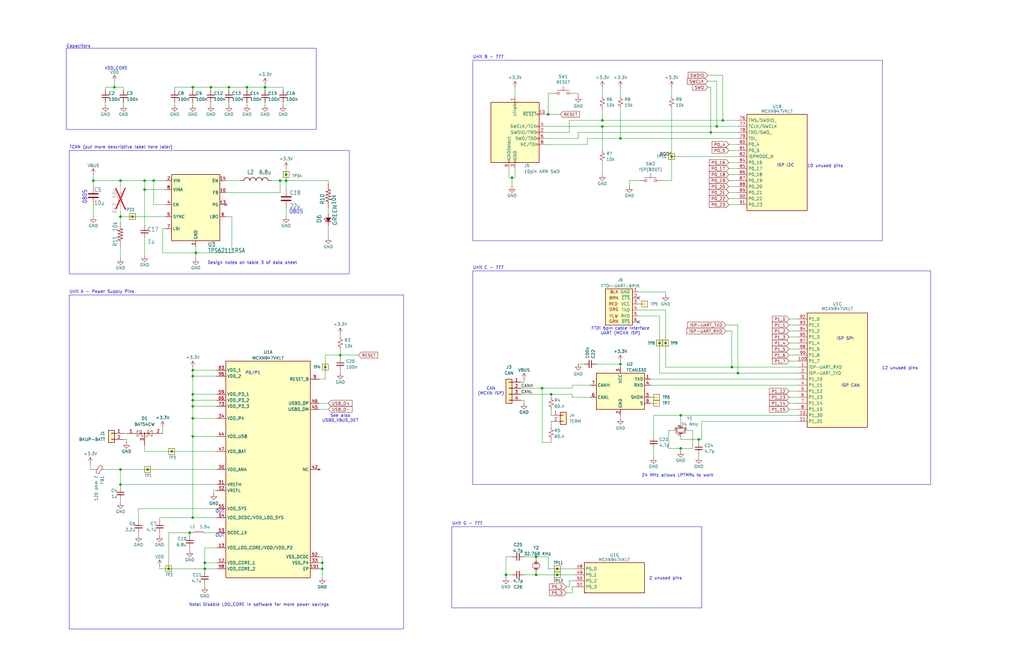
<source format=kicad_sch>
(kicad_sch (version 20250114) (generator "eeschema") (generator_version "9.0")
  (paper "B")
  (title_block (title "MCNX947KVLT Breakout") (date "2025-07-19") (rev "1.0") (company "Portland State Aerospace Society"))
  (rectangle (start 199.39 114.3) (end 392.43 204.47))
  (rectangle (start 190.5 222.25) (end 295.91 256.54))
  (rectangle (start 27.94 20.32) (end 133.35 54.61))
  (rectangle (start 29.21 124.46) (end 170.18 265.43))
  (rectangle (start 29.21 63.5) (end 147.32 115.57))
  (rectangle (start 199.39 25.4) (end 372.11 101.6))
  (text "24 MHz allows LPTMRs to work" (at 285.75 200.66 0) (effects (font (size 1.27 1.27))))
  (text "OUT" (at 92.71 226.06 0) (effects (font (size 1.27 1.27))))
  (text "10 unused pins" (at 347.98 70.104 0) (effects (font (size 1.27 1.27))))
  (text "Capacitors" (at 27.94 19.558 0) (effects (font (size 1.27 1.27)) (justify left)))
  (text "Unit G - ???" (at 190.5 220.98 0) (effects (font (size 1.27 1.27)) (justify left)))
  (text "12 unused pins" (at 379.476 155.448 0) (effects (font (size 1.27 1.27))))
  (text "FTDI 6pin cable interface\nUART (MCXN ISP)" (at 261.62 139.7 0) (effects (font (size 1.27 1.27))))
  (text "Note: Disable LDO_CORE in software for more power savings" (at 109.22 255.27 0) (effects (font (size 1.27 1.27))))
  (text "Unit B - ???" (at 199.39 24.13 0) (effects (font (size 1.27 1.27)) (justify left)))
  (text "CAN\n(MCXN ISP)" (at 207.01 165.1 0) (effects (font (size 1.27 1.27))))
  (text "0805" (at 36.83 86.106 90) (effects (font (size 1.778 1.5113)) (justify left bottom)))
  (text "ISP I2C" (at 331.216 69.85 0) (effects (font (size 1.27 1.27))))
  (text "ISP SPI" (at 356.362 143.002 0) (effects (font (size 1.27 1.27))))
  (text "Design notes on table 3 of data sheet" (at 106.426 110.998 0) (effects (font (size 1.27 1.27))))
  (text "P0/P1" (at 106.68 157.48 0) (effects (font (size 1.27 1.27))))
  (text "TCAN (put more descriptive label here later)" (at 29.21 62.23 0) (effects (font (size 1.27 1.27)) (justify left)))
  (text "See also\nUSB0_VBUS_DET" (at 143.51 176.53 0) (effects (font (size 1.27 1.27))))
  (text "Unit A - Power Supply Pins" (at 29.21 123.19 0) (effects (font (size 1.27 1.27)) (justify left)))
  (text "0805" (at 121.92 90.424 0) (effects (font (size 1.778 1.5113)) (justify left bottom)))
  (text "VDD_CORE\n" (at 49.022 28.956 0) (effects (font (size 1.27 1.27))))
  (text "ISP CAN" (at 358.648 162.814 0) (effects (font (size 1.27 1.27))))
  (text "Unit C - ???" (at 199.39 113.03 0) (effects (font (size 1.27 1.27)) (justify left)))
  (text "OUT" (at 92.71 215.9 0) (effects (font (size 1.27 1.27))))
  (text "2 unused pins" (at 280.67 244.094 0) (effects (font (size 1.27 1.27))))
  (junction (at 287.02 175.26))
  (junction (at 88.9 36.83))
  (junction (at 254 50.8))
  (junction (at 50.8 198.12))
  (junction (at 280.67 144.78))
  (junction (at 234.95 240.03))
  (junction (at 62.23 198.12))
  (junction (at 64.77 76.2))
  (junction (at 283.21 66.04))
  (junction (at 60.96 76.2))
  (junction (at 311.15 157.48))
  (junction (at 81.28 166.37))
  (junction (at 231.14 48.26))
  (junction (at 50.8 76.2))
  (junction (at 254 53.34))
  (junction (at 72.39 190.5))
  (junction (at 71.12 240.03))
  (junction (at 143.51 149.86))
  (junction (at 287.02 189.23))
  (junction (at 81.28 218.44))
  (junction (at 81.28 171.45))
  (junction (at 111.76 36.83))
  (junction (at 226.06 242.57))
  (junction (at 86.36 237.49))
  (junction (at 96.52 36.83))
  (junction (at 120.65 76.2))
  (junction (at 60.96 80.01))
  (junction (at 302.26 53.34))
  (junction (at 86.36 240.03))
  (junction (at 213.36 242.57))
  (junction (at 81.28 36.83))
  (junction (at 118.11 76.2))
  (junction (at 137.16 154.94))
  (junction (at 261.62 58.42))
  (junction (at 226.06 234.95))
  (junction (at 39.37 76.2))
  (junction (at 234.95 242.57))
  (junction (at 135.89 240.03))
  (junction (at 232.41 166.37))
  (junction (at 80.01 224.79))
  (junction (at 81.28 184.15))
  (junction (at 82.55 106.68))
  (junction (at 308.61 154.94))
  (junction (at 81.28 168.91))
  (junction (at 81.28 176.53))
  (junction (at 299.72 55.88))
  (junction (at 55.88 91.44))
  (junction (at 48.26 36.83))
  (junction (at 215.9 74.93))
  (junction (at 50.8 204.47))
  (junction (at 120.65 73.66))
  (junction (at 50.8 91.44))
  (junction (at 294.64 185.42))
  (junction (at 104.14 36.83))
  (junction (at 278.13 144.78))
  (junction (at 261.62 153.67))
  (junction (at 81.28 158.75))
  (junction (at 135.89 237.49))
  (junction (at 304.8 50.8))
  (junction (at 228.6 163.83))
  (junction (at 81.28 156.21))
  (no_connect (at 269.24 135.89))
  (no_connect (at 95.25 86.36))
  (no_connect (at 269.24 125.73))
  (wire (pts (xy 81.28 168.91) (xy 81.28 166.37)))
  (wire (pts (xy 220.98 168.91) (xy 220.98 170.18)))
  (wire (pts (xy 242.57 39.37) (xy 243.84 39.37)))
  (wire (pts (xy 96.52 36.83) (xy 104.14 36.83)))
  (wire (pts (xy 86.36 240.03) (xy 86.36 241.3)))
  (wire (pts (xy 294.64 191.77) (xy 294.64 193.04)))
  (wire (pts (xy 88.9 36.83) (xy 96.52 36.83)))
  (wire (pts (xy 71.12 240.03) (xy 86.36 240.03)))
  (wire (pts (xy 52.07 182.88) (xy 53.34 182.88)))
  (wire (pts (xy 143.51 149.86) (xy 151.13 149.86)))
  (wire (pts (xy 118.11 76.2) (xy 120.65 76.2)) (stroke (width 0.1524)))
  (wire (pts (xy 120.65 71.12) (xy 120.65 73.66)) (stroke (width 0.1524)))
  (wire (pts (xy 68.58 180.34) (xy 68.58 182.88)))
  (wire (pts (xy 243.84 55.88) (xy 243.84 58.42)))
  (wire (pts (xy 299.72 36.83) (xy 299.72 55.88)))
  (wire (pts (xy 287.02 184.15) (xy 287.02 185.42)))
  (wire (pts (xy 135.89 240.03) (xy 134.62 240.03)))
  (wire (pts (xy 67.31 218.44) (xy 81.28 218.44)))
  (wire (pts (xy 135.89 240.03) (xy 135.89 243.84)))
  (wire (pts (xy 88.9 43.18) (xy 88.9 44.45)))
  (wire (pts (xy 73.66 36.83) (xy 73.66 38.1)))
  (wire (pts (xy 269.24 123.19) (xy 280.67 123.19)))
  (wire (pts (xy 91.44 207.01) (xy 90.17 207.01)))
  (wire (pts (xy 275.59 189.23) (xy 275.59 193.04)))
  (wire (pts (xy 336.55 134.62) (xy 332.74 134.62)))
  (wire (pts (xy 269.24 133.35) (xy 278.13 133.35)))
  (wire (pts (xy 213.36 234.95) (xy 215.9 234.95)))
  (wire (pts (xy 219.71 163.83) (xy 228.6 163.83)))
  (wire (pts (xy 226.06 234.95) (xy 231.14 234.95)))
  (wire (pts (xy 240.03 247.65) (xy 240.03 245.11)))
  (wire (pts (xy 60.96 76.2) (xy 64.77 76.2)) (stroke (width 0.1524)))
  (wire (pts (xy 120.65 76.2) (xy 138.43 76.2)) (stroke (width 0.1524)))
  (wire (pts (xy 254 50.8) (xy 240.03 50.8)))
  (wire (pts (xy 254 53.34) (xy 254 63.5)))
  (wire (pts (xy 67.31 240.03) (xy 71.12 240.03)))
  (wire (pts (xy 86.36 224.79) (xy 91.44 224.79)))
  (wire (pts (xy 336.55 144.78) (xy 332.74 144.78)))
  (wire (pts (xy 39.37 88.9) (xy 39.37 91.44)))
  (wire (pts (xy 119.38 43.18) (xy 119.38 44.45)))
  (wire (pts (xy 118.11 81.28) (xy 118.11 76.2)) (stroke (width 0.1524)))
  (wire (pts (xy 44.45 36.83) (xy 48.26 36.83)))
  (wire (pts (xy 278.13 157.48) (xy 311.15 157.48)))
  (wire (pts (xy 287.02 175.26) (xy 336.55 175.26)))
  (wire (pts (xy 304.8 50.8) (xy 311.15 50.8)))
  (wire (pts (xy 143.51 151.13) (xy 143.51 149.86)))
  (wire (pts (xy 111.76 36.83) (xy 111.76 38.1)))
  (wire (pts (xy 261.62 36.83) (xy 261.62 40.64)))
  (wire (pts (xy 50.8 91.44) (xy 55.88 91.44)) (stroke (width 0.1524)))
  (wire (pts (xy 336.55 149.86) (xy 332.74 149.86)))
  (wire (pts (xy 96.52 36.83) (xy 96.52 38.1)))
  (wire (pts (xy 231.14 240.03) (xy 234.95 240.03)))
  (wire (pts (xy 336.55 165.1) (xy 332.74 165.1)))
  (wire (pts (xy 229.87 48.26) (xy 231.14 48.26)))
  (wire (pts (xy 295.91 177.8) (xy 336.55 177.8)))
  (wire (pts (xy 298.45 36.83) (xy 299.72 36.83)))
  (wire (pts (xy 246.38 153.67) (xy 243.84 153.67)))
  (wire (pts (xy 254 50.8) (xy 304.8 50.8)))
  (wire (pts (xy 64.77 76.2) (xy 64.77 86.36)))
  (wire (pts (xy 97.79 106.68) (xy 82.55 106.68)) (stroke (width 0.1524)))
  (wire (pts (xy 50.8 76.2) (xy 60.96 76.2)) (stroke (width 0.1524)))
  (wire (pts (xy 134.62 234.95) (xy 135.89 234.95)))
  (wire (pts (xy 81.28 158.75) (xy 81.28 156.21)))
  (wire (pts (xy 311.15 83.82) (xy 307.34 83.82)))
  (wire (pts (xy 287.02 185.42) (xy 294.64 185.42)))
  (wire (pts (xy 52.07 36.83) (xy 52.07 38.1)))
  (wire (pts (xy 80.01 224.79) (xy 71.12 224.79)))
  (wire (pts (xy 217.17 74.93) (xy 215.9 74.93)))
  (wire (pts (xy 280.67 144.78) (xy 280.67 154.94)))
  (wire (pts (xy 81.28 171.45) (xy 81.28 176.53)))
  (wire (pts (xy 294.64 185.42) (xy 295.91 185.42)))
  (wire (pts (xy 111.76 36.83) (xy 119.38 36.83)))
  (wire (pts (xy 306.07 139.7) (xy 308.61 139.7)))
  (wire (pts (xy 100.33 76.2) (xy 101.6 76.2)))
  (wire (pts (xy 38.1 198.12) (xy 39.37 198.12)))
  (wire (pts (xy 269.24 128.27) (xy 271.78 128.27)))
  (wire (pts (xy 243.84 39.37) (xy 243.84 40.64)))
  (wire (pts (xy 213.36 242.57) (xy 215.9 242.57)))
  (wire (pts (xy 134.62 172.72) (xy 138.43 172.72)))
  (wire (pts (xy 254 36.83) (xy 254 40.64)))
  (wire (pts (xy 39.37 76.2) (xy 50.8 76.2)) (stroke (width 0.1524)))
  (wire (pts (xy 232.41 185.42) (xy 232.41 186.69)))
  (wire (pts (xy 336.55 152.4) (xy 332.74 152.4)))
  (wire (pts (xy 241.3 250.19) (xy 241.3 247.65)))
  (wire (pts (xy 50.8 204.47) (xy 50.8 205.74)))
  (wire (pts (xy 247.65 58.42) (xy 247.65 60.96)))
  (wire (pts (xy 86.36 231.14) (xy 86.36 237.49)))
  (wire (pts (xy 81.28 218.44) (xy 91.44 218.44)))
  (wire (pts (xy 219.71 166.37) (xy 232.41 166.37)))
  (wire (pts (xy 69.85 86.36) (xy 64.77 86.36)))
  (wire (pts (xy 95.25 91.44) (xy 97.79 91.44)) (stroke (width 0.1524)))
  (wire (pts (xy 232.41 186.69) (xy 228.6 186.69)))
  (wire (pts (xy 71.12 224.79) (xy 71.12 240.03)))
  (wire (pts (xy 311.15 73.66) (xy 307.34 73.66)))
  (wire (pts (xy 58.42 214.63) (xy 58.42 219.71)))
  (wire (pts (xy 73.66 43.18) (xy 73.66 44.45)))
  (wire (pts (xy 281.94 189.23) (xy 287.02 189.23)))
  (wire (pts (xy 80.01 231.14) (xy 80.01 232.41)))
  (wire (pts (xy 50.8 91.44) (xy 50.8 88.9)) (stroke (width 0.1524)))
  (wire (pts (xy 58.42 224.79) (xy 58.42 226.06)))
  (wire (pts (xy 261.62 153.67) (xy 261.62 154.94)))
  (wire (pts (xy 231.14 234.95) (xy 231.14 240.03)))
  (wire (pts (xy 111.76 35.56) (xy 111.76 36.83)))
  (wire (pts (xy 336.55 139.7) (xy 332.74 139.7)))
  (wire (pts (xy 226.06 242.57) (xy 234.95 242.57)))
  (wire (pts (xy 311.15 60.96) (xy 307.34 60.96)))
  (wire (pts (xy 62.23 198.12) (xy 91.44 198.12)))
  (wire (pts (xy 289.56 181.61) (xy 292.1 181.61)))
  (wire (pts (xy 229.87 53.34) (xy 254 53.34)))
  (wire (pts (xy 44.45 43.18) (xy 44.45 44.45)))
  (wire (pts (xy 96.52 43.18) (xy 96.52 44.45)))
  (wire (pts (xy 39.37 86.36) (xy 39.37 88.9)) (stroke (width 0.1524)))
  (wire (pts (xy 48.26 36.83) (xy 52.07 36.83)))
  (wire (pts (xy 55.88 91.44) (xy 69.85 91.44)))
  (wire (pts (xy 134.62 237.49) (xy 135.89 237.49)))
  (wire (pts (xy 72.39 190.5) (xy 91.44 190.5)))
  (wire (pts (xy 81.28 184.15) (xy 81.28 218.44)))
  (wire (pts (xy 292.1 189.23) (xy 287.02 189.23)))
  (wire (pts (xy 73.66 36.83) (xy 81.28 36.83)))
  (wire (pts (xy 137.16 149.86) (xy 143.51 149.86)))
  (wire (pts (xy 67.31 218.44) (xy 67.31 219.71)))
  (wire (pts (xy 60.96 187.96) (xy 60.96 190.5)))
  (wire (pts (xy 143.51 147.32) (xy 143.51 149.86)))
  (wire (pts (xy 39.37 78.74) (xy 39.37 76.2)) (stroke (width 0.1524)))
  (wire (pts (xy 52.07 43.18) (xy 52.07 44.45)))
  (wire (pts (xy 299.72 55.88) (xy 311.15 55.88)))
  (wire (pts (xy 220.98 242.57) (xy 226.06 242.57)))
  (wire (pts (xy 97.79 91.44) (xy 97.79 106.68)) (stroke (width 0.1524)))
  (wire (pts (xy 120.65 76.2) (xy 120.65 73.66)) (stroke (width 0.1524)))
  (wire (pts (xy 80.01 224.79) (xy 81.28 224.79)))
  (wire (pts (xy 306.07 137.16) (xy 311.15 137.16)))
  (wire (pts (xy 274.32 160.02) (xy 336.55 160.02)))
  (wire (pts (xy 44.45 36.83) (xy 44.45 38.1)))
  (wire (pts (xy 336.55 170.18) (xy 332.74 170.18)))
  (wire (pts (xy 308.61 154.94) (xy 336.55 154.94)))
  (wire (pts (xy 280.67 130.81) (xy 280.67 144.78)))
  (wire (pts (xy 39.37 76.2) (xy 39.37 73.66)) (stroke (width 0.1524)))
  (wire (pts (xy 138.43 87.63) (xy 138.43 90.17)))
  (wire (pts (xy 261.62 45.72) (xy 261.62 58.42)))
  (wire (pts (xy 220.98 161.29) (xy 220.98 160.02)))
  (wire (pts (xy 311.15 157.48) (xy 336.55 157.48)))
  (wire (pts (xy 283.21 36.83) (xy 283.21 40.64)))
  (wire (pts (xy 281.94 181.61) (xy 281.94 189.23)))
  (wire (pts (xy 283.21 66.04) (xy 311.15 66.04)))
  (wire (pts (xy 280.67 123.19) (xy 280.67 124.46)))
  (wire (pts (xy 311.15 63.5) (xy 307.34 63.5)))
  (wire (pts (xy 304.8 31.75) (xy 304.8 50.8)))
  (wire (pts (xy 278.13 133.35) (xy 278.13 144.78)))
  (wire (pts (xy 60.96 102.87) (xy 60.96 107.95)) (stroke (width 0.1524)))
  (wire (pts (xy 67.31 224.79) (xy 67.31 226.06)))
  (wire (pts (xy 241.3 162.56) (xy 248.92 162.56)))
  (wire (pts (xy 238.76 250.19) (xy 241.3 250.19)))
  (wire (pts (xy 120.65 76.2) (xy 120.65 80.01)))
  (wire (pts (xy 232.41 39.37) (xy 231.14 39.37)))
  (wire (pts (xy 91.44 231.14) (xy 86.36 231.14)))
  (wire (pts (xy 336.55 147.32) (xy 332.74 147.32)))
  (wire (pts (xy 217.17 36.83) (xy 217.17 40.64)))
  (wire (pts (xy 280.67 154.94) (xy 308.61 154.94)))
  (wire (pts (xy 302.26 34.29) (xy 302.26 53.34)))
  (wire (pts (xy 81.28 176.53) (xy 91.44 176.53)))
  (wire (pts (xy 60.96 190.5) (xy 72.39 190.5)))
  (wire (pts (xy 81.28 158.75) (xy 91.44 158.75)))
  (wire (pts (xy 240.03 245.11) (xy 242.57 245.11)))
  (wire (pts (xy 220.98 234.95) (xy 226.06 234.95)))
  (wire (pts (xy 137.16 160.02) (xy 134.62 160.02)))
  (wire (pts (xy 104.14 43.18) (xy 104.14 44.45)))
  (wire (pts (xy 137.16 154.94) (xy 137.16 160.02)))
  (wire (pts (xy 232.41 172.72) (xy 232.41 175.26)))
  (wire (pts (xy 240.03 50.8) (xy 240.03 55.88)))
  (wire (pts (xy 247.65 60.96) (xy 229.87 60.96)))
  (wire (pts (xy 295.91 185.42) (xy 295.91 177.8)))
  (wire (pts (xy 336.55 142.24) (xy 332.74 142.24)))
  (wire (pts (xy 311.15 86.36) (xy 307.34 86.36)))
  (wire (pts (xy 50.8 93.98) (xy 50.8 91.44)) (stroke (width 0.1524)))
  (wire (pts (xy 50.8 212.09) (xy 50.8 210.82)))
  (wire (pts (xy 275.59 175.26) (xy 287.02 175.26)))
  (wire (pts (xy 311.15 68.58) (xy 307.34 68.58)))
  (wire (pts (xy 60.96 80.01) (xy 60.96 95.25)))
  (wire (pts (xy 68.58 96.52) (xy 68.58 106.68)) (stroke (width 0.1524)))
  (wire (pts (xy 283.21 76.2) (xy 279.4 76.2)))
  (wire (pts (xy 231.14 39.37) (xy 231.14 48.26)))
  (wire (pts (xy 234.95 242.57) (xy 242.57 242.57)))
  (wire (pts (xy 336.55 172.72) (xy 332.74 172.72)))
  (wire (pts (xy 90.17 207.01) (xy 90.17 208.28)))
  (wire (pts (xy 254 53.34) (xy 302.26 53.34)))
  (wire (pts (xy 214.63 71.12) (xy 214.63 74.93)))
  (wire (pts (xy 274.32 167.64) (xy 276.86 167.64)))
  (wire (pts (xy 298.45 34.29) (xy 302.26 34.29)))
  (wire (pts (xy 278.13 144.78) (xy 278.13 157.48)))
  (wire (pts (xy 243.84 55.88) (xy 299.72 55.88)))
  (wire (pts (xy 134.62 170.18) (xy 138.43 170.18)))
  (wire (pts (xy 81.28 171.45) (xy 81.28 168.91)))
  (wire (pts (xy 294.64 186.69) (xy 294.64 185.42)))
  (wire (pts (xy 81.28 171.45) (xy 91.44 171.45)))
  (wire (pts (xy 311.15 76.2) (xy 307.34 76.2)))
  (wire (pts (xy 287.02 189.23) (xy 287.02 190.5)))
  (wire (pts (xy 104.14 36.83) (xy 111.76 36.83)))
  (wire (pts (xy 58.42 214.63) (xy 91.44 214.63)))
  (wire (pts (xy 81.28 158.75) (xy 81.28 166.37)))
  (wire (pts (xy 284.48 181.61) (xy 281.94 181.61)))
  (wire (pts (xy 261.62 58.42) (xy 311.15 58.42)))
  (wire (pts (xy 261.62 58.42) (xy 247.65 58.42)))
  (wire (pts (xy 88.9 36.83) (xy 88.9 38.1)))
  (wire (pts (xy 95.25 81.28) (xy 118.11 81.28)) (stroke (width 0.1524)))
  (wire (pts (xy 228.6 163.83) (xy 228.6 186.69)))
  (wire (pts (xy 241.3 163.83) (xy 241.3 162.56)))
  (wire (pts (xy 135.89 234.95) (xy 135.89 237.49)))
  (wire (pts (xy 311.15 137.16) (xy 311.15 157.48)))
  (wire (pts (xy 336.55 137.16) (xy 332.74 137.16)))
  (wire (pts (xy 143.51 140.97) (xy 143.51 142.24)))
  (wire (pts (xy 283.21 45.72) (xy 283.21 66.04)))
  (wire (pts (xy 219.71 161.29) (xy 220.98 161.29)))
  (wire (pts (xy 265.43 78.74) (xy 265.43 76.2)))
  (wire (pts (xy 81.28 156.21) (xy 91.44 156.21)))
  (wire (pts (xy 119.38 36.83) (xy 119.38 38.1)))
  (wire (pts (xy 81.28 166.37) (xy 91.44 166.37)))
  (wire (pts (xy 52.07 185.42) (xy 53.34 185.42)))
  (wire (pts (xy 213.36 242.57) (xy 213.36 243.84)))
  (wire (pts (xy 50.8 104.14) (xy 50.8 109.22)) (stroke (width 0.1524)))
  (wire (pts (xy 137.16 149.86) (xy 137.16 154.94)))
  (wire (pts (xy 234.95 240.03) (xy 242.57 240.03)))
  (wire (pts (xy 311.15 71.12) (xy 307.34 71.12)))
  (wire (pts (xy 104.14 36.83) (xy 104.14 38.1)))
  (wire (pts (xy 265.43 76.2) (xy 269.24 76.2)))
  (wire (pts (xy 261.62 152.4) (xy 261.62 153.67)))
  (wire (pts (xy 68.58 96.52) (xy 69.85 96.52)))
  (wire (pts (xy 274.32 162.56) (xy 336.55 162.56)))
  (wire (pts (xy 287.02 179.07) (xy 287.02 175.26)))
  (wire (pts (xy 95.25 76.2) (xy 100.33 76.2)) (stroke (width 0.1524)))
  (wire (pts (xy 219.71 168.91) (xy 220.98 168.91)))
  (wire (pts (xy 81.28 184.15) (xy 91.44 184.15)))
  (wire (pts (xy 232.41 166.37) (xy 241.3 166.37)))
  (wire (pts (xy 215.9 74.93) (xy 215.9 78.74)))
  (wire (pts (xy 60.96 80.01) (xy 60.96 76.2)))
  (wire (pts (xy 120.65 87.63) (xy 120.65 91.44)) (stroke (width 0.1524)))
  (wire (pts (xy 254 68.58) (xy 254 73.66)))
  (wire (pts (xy 48.26 34.29) (xy 48.26 36.83)))
  (wire (pts (xy 81.28 176.53) (xy 81.28 184.15)))
  (wire (pts (xy 231.14 48.26) (xy 236.22 48.26)))
  (wire (pts (xy 50.8 78.74) (xy 50.8 76.2)) (stroke (width 0.1524)))
  (wire (pts (xy 228.6 163.83) (xy 241.3 163.83)))
  (wire (pts (xy 50.8 204.47) (xy 91.44 204.47)))
  (wire (pts (xy 50.8 198.12) (xy 50.8 204.47)))
  (wire (pts (xy 86.36 246.38) (xy 86.36 247.65)))
  (wire (pts (xy 81.28 36.83) (xy 88.9 36.83)))
  (wire (pts (xy 261.62 175.26) (xy 261.62 176.53)))
  (wire (pts (xy 138.43 76.2) (xy 138.43 77.47)) (stroke (width 0.1524)))
  (wire (pts (xy 283.21 66.04) (xy 283.21 76.2)))
  (wire (pts (xy 232.41 166.37) (xy 232.41 167.64)))
  (wire (pts (xy 269.24 130.81) (xy 280.67 130.81)))
  (wire (pts (xy 226.06 236.22) (xy 226.06 234.95)))
  (wire (pts (xy 81.28 36.83) (xy 81.28 38.1)))
  (wire (pts (xy 298.45 31.75) (xy 304.8 31.75)))
  (wire (pts (xy 302.26 53.34) (xy 311.15 53.34)))
  (wire (pts (xy 60.96 100.33) (xy 60.96 102.87)))
  (wire (pts (xy 238.76 247.65) (xy 240.03 247.65)))
  (wire (pts (xy 274.32 170.18) (xy 276.86 170.18)))
  (wire (pts (xy 229.87 58.42) (xy 243.84 58.42)))
  (wire (pts (xy 81.28 168.91) (xy 91.44 168.91)))
  (wire (pts (xy 292.1 181.61) (xy 292.1 189.23)))
  (wire (pts (xy 114.3 76.2) (xy 118.11 76.2)) (stroke (width 0.1524)))
  (wire (pts (xy 254 45.72) (xy 254 50.8)))
  (wire (pts (xy 68.58 106.68) (xy 82.55 106.68)) (stroke (width 0.1524)))
  (wire (pts (xy 138.43 95.25) (xy 138.43 100.33)) (stroke (width 0.1524)))
  (wire (pts (xy 214.63 74.93) (xy 215.9 74.93)))
  (wire (pts (xy 50.8 198.12) (xy 62.23 198.12)))
  (wire (pts (xy 232.41 177.8) (xy 232.41 180.34)))
  (wire (pts (xy 213.36 234.95) (xy 213.36 242.57)))
  (wire (pts (xy 64.77 76.2) (xy 69.85 76.2)) (stroke (width 0.1524)))
  (wire (pts (xy 81.28 154.94) (xy 81.28 156.21)))
  (wire (pts (xy 241.3 166.37) (xy 241.3 167.64)))
  (wire (pts (xy 44.45 198.12) (xy 50.8 198.12)))
  (wire (pts (xy 143.51 156.21) (xy 143.51 157.48)))
  (wire (pts (xy 275.59 175.26) (xy 275.59 184.15)))
  (wire (pts (xy 80.01 226.06) (xy 80.01 224.79)))
  (wire (pts (xy 82.55 106.68) (xy 82.55 109.22)) (stroke (width 0.1524)))
  (wire (pts (xy 86.36 240.03) (xy 86.36 237.49)))
  (wire (pts (xy 336.55 167.64) (xy 332.74 167.64)))
  (wire (pts (xy 82.55 104.14) (xy 82.55 106.68)))
  (wire (pts (xy 86.36 240.03) (xy 91.44 240.03)))
  (wire (pts (xy 240.03 55.88) (xy 229.87 55.88)))
  (wire (pts (xy 261.62 153.67) (xy 251.46 153.67)))
  (wire (pts (xy 81.28 43.18) (xy 81.28 44.45)))
  (wire (pts (xy 69.85 80.01) (xy 60.96 80.01)))
  (wire (pts (xy 86.36 237.49) (xy 91.44 237.49)))
  (wire (pts (xy 111.76 43.18) (xy 111.76 44.45)))
  (wire (pts (xy 67.31 238.76) (xy 67.31 240.03)))
  (wire (pts (xy 217.17 71.12) (xy 217.17 74.93)))
  (wire (pts (xy 308.61 139.7) (xy 308.61 154.94)))
  (wire (pts (xy 241.3 247.65) (xy 242.57 247.65)))
  (wire (pts (xy 226.06 242.57) (xy 226.06 241.3)))
  (wire (pts (xy 135.89 237.49) (xy 135.89 240.03)))
  (wire (pts (xy 311.15 78.74) (xy 307.34 78.74)))
  (wire (pts (xy 311.15 81.28) (xy 307.34 81.28)))
  (wire (pts (xy 241.3 167.64) (xy 248.92 167.64)))
  (wire (pts (xy 38.1 198.12) (xy 38.1 195.58)))
  (wire (pts (xy 53.34 185.42) (xy 53.34 186.69)))
  (label "CANL" (at 219.71 166.37 0))
  (label "BOOT" (at 283.21 66.04 180))
  (label "CANH" (at 219.71 163.83 0))
  (global_label "SWO" (shape input) (at 298.45 36.83 180) (property "Intersheetrefs" "${INTERSHEET_REFS}" (effects (hide yes))))
  (global_label "P1_15" (shape input) (at 332.74 172.72 180) (property "Intersheetrefs" "${INTERSHEET_REFS}" (effects (hide yes))))
  (global_label "P0_19" (shape input) (at 307.34 76.2 180) (property "Intersheetrefs" "${INTERSHEET_REFS}" (effects (hide yes))))
  (global_label "P0_20" (shape input) (at 307.34 78.74 180) (property "Intersheetrefs" "${INTERSHEET_REFS}" (effects (hide yes))))
  (global_label "P1_0" (shape input) (at 332.74 134.62 180) (property "Intersheetrefs" "${INTERSHEET_REFS}" (effects (hide yes))))
  (global_label "RESET" (shape input) (at 151.13 149.86 0) (property "Intersheetrefs" "${INTERSHEET_REFS}" (effects (hide yes))))
  (global_label "P1_6" (shape input) (at 332.74 149.86 180) (property "Intersheetrefs" "${INTERSHEET_REFS}" (effects (hide yes))))
  (global_label "P0_4" (shape input) (at 307.34 60.96 180) (property "Intersheetrefs" "${INTERSHEET_REFS}" (effects (hide yes))))
  (global_label "USB_D-" (shape input) (at 138.43 172.72 0) (property "Intersheetrefs" "${INTERSHEET_REFS}" (effects (hide yes))))
  (global_label "P1_1" (shape input) (at 332.74 137.16 180) (property "Intersheetrefs" "${INTERSHEET_REFS}" (effects (hide yes))))
  (global_label "P0_23" (shape input) (at 307.34 86.36 180) (property "Intersheetrefs" "${INTERSHEET_REFS}" (effects (hide yes))))
  (global_label "P0_17" (shape input) (at 307.34 71.12 180) (property "Intersheetrefs" "${INTERSHEET_REFS}" (effects (hide yes))))
  (global_label "P1_12" (shape input) (at 332.74 165.1 180) (property "Intersheetrefs" "${INTERSHEET_REFS}" (effects (hide yes))))
  (global_label "USB_D+" (shape input) (at 138.43 170.18 0) (property "Intersheetrefs" "${INTERSHEET_REFS}" (effects (hide yes))))
  (global_label "P0_21" (shape input) (at 307.34 81.28 180) (property "Intersheetrefs" "${INTERSHEET_REFS}" (effects (hide yes))))
  (global_label "P0_5" (shape input) (at 307.34 63.5 180) (property "Intersheetrefs" "${INTERSHEET_REFS}" (effects (hide yes))))
  (global_label "ISP-UART_RXD" (shape input) (at 306.07 139.7 180) (property "Intersheetrefs" "${INTERSHEET_REFS}" (effects (hide yes))))
  (global_label "P1_13" (shape input) (at 332.74 167.64 180) (property "Intersheetrefs" "${INTERSHEET_REFS}" (effects (hide yes))))
  (global_label "P0_18" (shape input) (at 307.34 73.66 180) (property "Intersheetrefs" "${INTERSHEET_REFS}" (effects (hide yes))))
  (global_label "P5_2" (shape input) (at 238.76 247.65 180) (property "Intersheetrefs" "${INTERSHEET_REFS}" (effects (hide yes))))
  (global_label "P1_5" (shape input) (at 332.74 147.32 180) (property "Intersheetrefs" "${INTERSHEET_REFS}" (effects (hide yes))))
  (global_label "P0_22" (shape input) (at 307.34 83.82 180) (property "Intersheetrefs" "${INTERSHEET_REFS}" (effects (hide yes))))
  (global_label "ISP-UART_TXD" (shape input) (at 306.07 137.16 180) (property "Intersheetrefs" "${INTERSHEET_REFS}" (effects (hide yes))))
  (global_label "P1_2" (shape input) (at 332.74 139.7 180) (property "Intersheetrefs" "${INTERSHEET_REFS}" (effects (hide yes))))
  (global_label "P1_7" (shape input) (at 332.74 152.4 180) (property "Intersheetrefs" "${INTERSHEET_REFS}" (effects (hide yes))))
  (global_label "P1_3" (shape input) (at 332.74 142.24 180) (property "Intersheetrefs" "${INTERSHEET_REFS}" (effects (hide yes))))
  (global_label "RESET" (shape input) (at 236.22 48.26 0) (property "Intersheetrefs" "${INTERSHEET_REFS}" (effects (hide yes))))
  (global_label "P0_16" (shape input) (at 307.34 68.58 180) (property "Intersheetrefs" "${INTERSHEET_REFS}" (effects (hide yes))))
  (global_label "P1_14" (shape input) (at 332.74 170.18 180) (property "Intersheetrefs" "${INTERSHEET_REFS}" (effects (hide yes))))
  (global_label "SWDIO" (shape input) (at 298.45 31.75 180) (property "Intersheetrefs" "${INTERSHEET_REFS}" (effects (hide yes))))
  (global_label "SWCLK" (shape input) (at 298.45 34.29 180) (property "Intersheetrefs" "${INTERSHEET_REFS}" (effects (hide yes))))
  (global_label "P1_4" (shape input) (at 332.74 144.78 180) (property "Intersheetrefs" "${INTERSHEET_REFS}" (effects (hide yes))))
  (global_label "P5_3" (shape input) (at 238.76 250.19 180) (property "Intersheetrefs" "${INTERSHEET_REFS}" (effects (hide yes))))
  (symbol (lib_id "oresat-misc:Test-Point-0.75mm-th") (at 280.67 144.78 90) (unit 1) (exclude_from_sim yes) (in_bom no)
    (property "Reference" "TP9" (at 285.75 144.78 90) (effects (font (size 1.27 1.0795)) (justify left)))
    (property "Value" "Test-Point" (effects (hide yes)))
    (property "Footprint" "oresat-misc:TestPoint-0.75mm-th" (effects (hide yes)))
    (property "Description" "0.75 mm TH test point; good for scope probes and jumpers" (effects (hide yes)))
  )
  (symbol (lib_id "oresat-misc:Test-Point-0.75mm-th") (at 278.13 144.78 270) (mirror x) (unit 1) (exclude_from_sim yes) (in_bom no)
    (property "Reference" "TP8" (at 273.05 144.78 90) (effects (font (size 1.27 1.0795)) (justify left)))
    (property "Value" "Test-Point" (effects (hide yes)))
    (property "Footprint" "oresat-misc:TestPoint-0.75mm-th" (effects (hide yes)))
    (property "Description" "0.75 mm TH test point; good for scope probes and jumpers" (effects (hide yes)))
  )
  (symbol (lib_id "oresat-misc:Test-Point-0.75mm-th") (at 72.39 190.5 270) (unit 1) (exclude_from_sim yes) (in_bom no)
    (property "Reference" "TP3" (at 71.12 193.04 90) (effects (font (size 1.27 1.0795)) (justify left)))
    (property "Value" "Test-Point" (effects (hide yes)))
    (property "Footprint" "oresat-misc:TestPoint-0.75mm-th" (effects (hide yes)))
    (property "Description" "0.75 mm TH test point; good for scope probes and jumpers" (effects (hide yes)))
  )
  (symbol (lib_id "Device:C_Small") (at 52.07 40.64 0) (unit 1)
    (property "Reference" "C3" (at 53.34 39.37 0) (effects (justify left)))
    (property "Value" "100n" (at 53.34 41.91 0) (effects (justify left)))
    (property "Footprint" "oresat-passives:0603-C-NOSILK" (effects (hide yes)))
    (property "Description" "Unpolarized capacitor, small symbol" (effects (hide yes)))
  )
  (symbol (lib_id "oresat-misc:Test-Point-0.75mm-th") (at 276.86 170.18 0) (unit 1) (exclude_from_sim yes) (in_bom no)
    (property "Reference" "TP7" (at 279.4 170.1799 0) (effects (font (size 1.27 1.0795)) (justify left)))
    (property "Value" "Test-Point" (effects (hide yes)))
    (property "Footprint" "oresat-misc:TestPoint-0.75mm-th" (effects (hide yes)))
    (property "Description" "0.75 mm TH test point; good for scope probes and jumpers" (effects (hide yes)))
  )
  (symbol (lib_id "power:VBUS") (at 39.37 73.66 0) (unit 1)
    (property "Reference" "#PWR030" (effects (hide yes)))
    (property "Value" "VBUS" (at 39.37 69.85 0))
    (property "Description" "Power symbol creates a global label with name \"VBUS\"" (effects (hide yes)))
  )
  (symbol (lib_id "power:GND") (at 261.62 176.53 0) (unit 1)
    (property "Reference" "#PWR042" (effects (hide yes)))
    (property "Value" "GND" (at 261.62 180.6631 0))
    (property "Description" "Power symbol creates a global label with name \"GND\" , ground" (effects (hide yes)))
  )
  (symbol (lib_id "Device:R_Small_US") (at 254 43.18 180) (unit 1)
    (property "Reference" "R6" (at 255.651 41.9678 0) (effects (justify right)))
    (property "Value" "10k" (at 255.651 44.3921 0) (effects (justify right)))
    (property "Footprint" "oresat-passives:0603-C-NOSILK" (effects (hide yes)))
    (property "Description" "Resistor, small US symbol" (effects (hide yes)))
    (property "MFR" "Samsung" (effects (hide yes)))
    (property "MPN" "RC1005F6653CS" (effects (hide yes)))
  )
  (symbol (lib_id "oresat-passives:L_BIG") (at 107.95 76.2 90) (unit 1)
    (property "Reference" "L2" (at 104.14 73.66 90) (effects (font (size 1.778 1.5113)) (justify right top)))
    (property "Value" "6.8u" (at 109.22 73.66 90) (effects (font (size 1.778 1.5113)) (justify right top)))
    (property "Footprint" "oresat-passives:L_ECS-MPI4040" (effects (hide yes)))
    (property "Datasheet" "https://ecsxtal.com/store/pdf/ECS-MPI4040.pdf" (effects (hide yes)))
    (property "Description" "Inductor_big-symbol" (effects (hide yes)))
    (property "DIS" "Digi-Key" (effects (hide yes)))
    (property "DPN" "XC2337CT-ND" (effects (hide yes)))
    (property "MFR" "ECS" (effects (hide yes)))
    (property "MPN" "ECS-MPI4040R4-6R8-R" (effects (hide yes)))
  )
  (symbol (lib_id "power:GND") (at 90.17 208.28 0) (unit 1)
    (property "Reference" "#PWR023" (effects (hide yes)))
    (property "Value" "GND" (at 90.17 212.4131 0))
    (property "Description" "Power symbol creates a global label with name \"GND\" , ground" (effects (hide yes)))
  )
  (symbol (lib_id "power:GND") (at 58.42 226.06 0) (mirror y) (unit 1)
    (property "Reference" "#PWR010" (effects (hide yes)))
    (property "Value" "GND" (at 58.42 229.87 0))
    (property "Description" "Power symbol creates a global label with name \"GND\" , ground" (effects (hide yes)))
  )
  (symbol (lib_id "Device:C_Small") (at 67.31 222.25 0) (mirror y) (unit 1)
    (property "Reference" "C7" (at 66.04 220.98 0) (effects (justify left)))
    (property "Value" "4.7u" (at 66.04 223.52 0) (effects (justify left)))
    (property "Footprint" "oresat-passives:0603-C-NOSILK" (effects (hide yes)))
    (property "Description" "Unpolarized capacitor, small symbol" (effects (hide yes)))
  )
  (symbol (lib_id "Device:C_Small") (at 80.01 228.6 0) (mirror y) (unit 1)
    (property "Reference" "C10" (at 78.74 227.33 0) (effects (justify left)))
    (property "Value" "6.8u" (at 78.74 229.87 0) (effects (justify left)))
    (property "Footprint" "oresat-passives:0603-C-NOSILK" (effects (hide yes)))
    (property "Description" "Unpolarized capacitor, small symbol" (effects (hide yes)))
  )
  (symbol (lib_id "power:GND") (at 60.96 107.95 0) (unit 1)
    (property "Reference" "#GND068" (effects (hide yes)))
    (property "Value" "GND" (at 60.96 111.76 0))
    (property "Description" "Power symbol creates a global label with name \"GND\" , ground" (effects (hide yes)))
  )
  (symbol (lib_id "power:GND") (at 265.43 78.74 0) (unit 1)
    (property "Reference" "#PWR047" (effects (hide yes)))
    (property "Value" "GND" (at 265.43 82.55 0))
    (property "Description" "Power symbol creates a global label with name \"GND\" , ground" (effects (hide yes)))
  )
  (symbol (lib_id "Device:C") (at 39.37 82.55 0) (unit 1)
    (property "Reference" "C5" (at 39.624 81.026 0) (effects (font (size 1.778 1.5113)) (justify left bottom)))
    (property "Value" "10u" (at 39.624 86.614 0) (effects (font (size 1.778 1.5113)) (justify left bottom)))
    (property "Footprint" "oresat-passives:0603-C-NOSILK" (effects (hide yes)))
    (property "Datasheet" "https://mm.digikey.com/Volume0/opasdata/d220001/medias/docus/43/CL10X106MO8NRNC_Spec.pdf" (effects (hide yes)))
    (property "Description" "10 µF ±20% 16V Ceramic Capacitor X6S 0603 (1608 Metric)" (effects (hide yes)))
    (property "DIS" "Digi-Key" (effects (hide yes)))
    (property "DPN" "1276-6472-1-ND" (effects (hide yes)))
    (property "MFR" "Samsung" (effects (hide yes)))
    (property "MPN" "CL10X106MO8NRNC" (effects (hide yes)))
  )
  (symbol (lib_id "Device:C_Small") (at 81.28 40.64 0) (unit 1)
    (property "Reference" "C9" (at 82.55 39.37 0) (effects (justify left)))
    (property "Value" "100n" (at 82.55 41.91 0) (effects (justify left)))
    (property "Footprint" "oresat-passives:0603-C-NOSILK" (effects (hide yes)))
    (property "Description" "Unpolarized capacitor, small symbol" (effects (hide yes)))
  )
  (symbol (lib_id "power:GND") (at 82.55 109.22 0) (unit 1)
    (property "Reference" "#GND067" (effects (hide yes)))
    (property "Value" "GND" (at 82.55 113.03 0))
    (property "Description" "Power symbol creates a global label with name \"GND\" , ground" (effects (hide yes)))
  )
  (symbol (lib_id "Connector:Conn_ARM_JTAG_SWD_10") (at 217.17 55.88 0) (unit 1)
    (property "Reference" "J5" (at 220.98 69.85 0) (effects (justify left)))
    (property "Value" "10pin ARM SWD" (at 220.98 72.39 0) (effects (justify left)))
    (property "Footprint" "Connector_PinHeader_1.27mm:PinHeader_2x05_P1.27mm_Vertical" (effects (hide yes)))
    (property "Datasheet" "http://infocenter.arm.com/help/topic/com.arm.doc.ddi0314h/DDI0314H_coresight_components_trm.pdf" (effects (hide yes)))
    (property "Description" "Cortex Debug Connector, standard ARM Cortex-M SWD and JTAG interface" (effects (hide yes)))
  )
  (symbol (lib_id "oresat-misc:Test-Point-0.75mm-th") (at 137.16 154.94 270) (unit 1) (exclude_from_sim yes) (in_bom no)
    (property "Reference" "TP4" (at 132.08 154.94 90) (effects (font (size 1.27 1.0795)) (justify left)))
    (property "Value" "Test-Point" (effects (hide yes)))
    (property "Footprint" "oresat-misc:TestPoint-0.75mm-th" (effects (hide yes)))
    (property "Description" "0.75 mm TH test point; good for scope probes and jumpers" (effects (hide yes)))
  )
  (symbol (lib_id "Connector_Generic:Conn_01x02") (at 237.49 175.26 0) (unit 1)
    (property "Reference" "J4" (at 240.03 175.2599 0) (effects (justify left)))
    (property "Value" "TERM" (at 240.03 177.7999 0) (effects (justify left)))
    (property "Footprint" "Connector_PinHeader_2.54mm:PinHeader_1x02_P2.54mm_Vertical" (effects (hide yes)))
    (property "Description" "Generic connector, single row, 01x02, script generated (kicad-library-utils/schlib/autogen/connector/)" (effects (hide yes)))
  )
  (symbol (lib_id "power:GND") (at 73.66 44.45 0) (unit 1)
    (property "Reference" "#PWR016" (effects (hide yes)))
    (property "Value" "GND" (at 73.66 48.26 0))
    (property "Description" "Power symbol creates a global label with name \"GND\" , ground" (effects (hide yes)))
  )
  (symbol (lib_id "Device:R_Small_US") (at 232.41 170.18 180) (unit 1)
    (property "Reference" "R4" (at 233.68 168.91 0) (effects (justify right)))
    (property "Value" "60.4" (at 233.68 171.45 0) (effects (justify right)))
    (property "Footprint" "oresat-passives:0603-C-NOSILK" (effects (hide yes)))
    (property "Description" "Resistor, small US symbol" (effects (hide yes)))
  )
  (symbol (lib_id "oresat-ics:TPS6211X") (at 82.55 83.82 0) (unit 1)
    (property "Reference" "U3" (at 87.63 104.14 0) (effects (font (size 1.778 1.5113)) (justify left bottom)))
    (property "Value" "TPS62111RSA" (at 87.63 106.68 0) (effects (font (size 1.778 1.5113)) (justify left bottom)))
    (property "Footprint" "Package_DFN_QFN:Texas_RSA_VQFN-16-1EP_4x4mm_P0.65mm_EP2.7x2.7mm" (effects (hide yes)))
    (property "Datasheet" "https://www.ti.com/lit/ds/symlink/tps62110.pdf?ts=1752185757661&ref_url=https%253A%252F%252Fwww.google.com%252F" (effects (hide yes)))
    (property "DIS" "Digi-Key" (effects (hide yes)))
    (property "DPN" "296-37681-2-ND" (effects (hide yes)))
    (property "MFR" "Texas Instruments" (effects (hide yes)))
    (property "MPN" "TPS62111RSA" (effects (hide yes)))
  )
  (symbol (lib_id "Device:C_Small") (at 88.9 40.64 0) (unit 1)
    (property "Reference" "C12" (at 90.17 39.37 0) (effects (justify left)))
    (property "Value" "100n" (at 90.17 41.91 0) (effects (justify left)))
    (property "Footprint" "oresat-passives:0603-C-NOSILK" (effects (hide yes)))
    (property "Description" "Unpolarized capacitor, small symbol" (effects (hide yes)))
  )
  (symbol (lib_id "oresat-misc:Test-Point-0.75mm-th") (at 55.88 91.44 0) (unit 1) (in_bom no)
    (property "Reference" "TP33" (at 52.578 89.154 0) (effects (font (size 1.27 1.0795)) (justify left bottom)))
    (property "Value" "Test-Point" (effects (hide yes)))
    (property "Footprint" "oresat-misc:TestPoint-0.75mm-th" (effects (hide yes)))
    (property "Description" "0.75 mm TH test point; good for scope probes and jumpers" (effects (hide yes)))
  )
  (symbol (lib_id "power:VDD") (at 67.31 238.76 0) (unit 1)
    (property "Reference" "#PWR012" (effects (hide yes)))
    (property "Value" "VDD" (at 67.31 234.95 0))
    (property "Description" "Power symbol creates a global label with name \"VDD\"" (effects (hide yes)))
  )
  (symbol (lib_id "Device:R_Small_US") (at 143.51 144.78 180) (unit 1)
    (property "Reference" "R3" (at 145.161 143.5678 0) (effects (justify right)))
    (property "Value" "10k" (at 145.161 145.9921 0) (effects (justify right)))
    (property "Footprint" "oresat-passives:0603-C-NOSILK" (effects (hide yes)))
    (property "Description" "Resistor, small US symbol" (effects (hide yes)))
    (property "MFR" "Samsung" (effects (hide yes)))
    (property "MPN" "RC1005F6653CS" (effects (hide yes)))
  )
  (symbol (lib_id "power:GND") (at 120.65 91.44 0) (mirror y) (unit 1)
    (property "Reference" "#GND070" (effects (hide yes)))
    (property "Value" "GND" (at 120.65 95.25 0))
    (property "Description" "Power symbol creates a global label with name \"GND\" , ground" (effects (hide yes)))
  )
  (symbol (lib_id "Device:C_Small") (at 44.45 40.64 0) (unit 1)
    (property "Reference" "C2" (at 45.72 39.37 0) (effects (justify left)))
    (property "Value" "100n" (at 45.72 41.91 0) (effects (justify left)))
    (property "Footprint" "oresat-passives:0603-C-NOSILK" (effects (hide yes)))
    (property "Description" "Unpolarized capacitor, small symbol" (effects (hide yes)))
  )
  (symbol (lib_id "power:GND") (at 287.02 190.5 0) (unit 1)
    (property "Reference" "#PWR050" (effects (hide yes)))
    (property "Value" "GND" (at 287.02 194.31 0))
    (property "Description" "Power symbol creates a global label with name \"GND\" , ground" (effects (hide yes)))
  )
  (symbol (lib_id "Device:C_Small") (at 111.76 40.64 0) (unit 1)
    (property "Reference" "C15" (at 113.03 39.37 0) (effects (justify left)))
    (property "Value" "100n" (at 113.03 41.91 0) (effects (justify left)))
    (property "Footprint" "oresat-passives:0603-C-NOSILK" (effects (hide yes)))
    (property "Description" "Unpolarized capacitor, small symbol" (effects (hide yes)))
  )
  (symbol (lib_id "power:GND") (at 215.9 78.74 0) (unit 1)
    (property "Reference" "#PWR038" (effects (hide yes)))
    (property "Value" "GND" (at 215.9 82.55 0))
    (property "Description" "Power symbol creates a global label with name \"GND\" , ground" (effects (hide yes)))
  )
  (symbol (lib_id "power:GND") (at 119.38 44.45 0) (unit 1)
    (property "Reference" "#PWR028" (effects (hide yes)))
    (property "Value" "GND" (at 119.38 48.26 0))
    (property "Description" "Power symbol creates a global label with name \"GND\" , ground" (effects (hide yes)))
  )
  (symbol (lib_id "oresat-passives:R-US") (at 50.8 99.06 90) (unit 1)
    (property "Reference" "R11" (at 49.53 104.14 0) (effects (font (size 1.778 1.5113)) (justify left bottom)))
    (property "Value" "10k" (at 49.53 97.79 0) (effects (font (size 1.778 1.5113)) (justify left bottom)))
    (property "Footprint" "oresat-passives:0603-C-NOSILK" (effects (hide yes)))
    (property "DIS" "Digi-Key" (effects (hide yes)))
    (property "DPN" "1276-4275-1-ND" (effects (hide yes)))
    (property "MFR" "Samsung" (effects (hide yes)))
    (property "MPN" "RC1005F6653CS" (effects (hide yes)))
  )
  (symbol (lib_id "power:+3.3V") (at 283.21 36.83 0) (unit 1)
    (property "Reference" "#PWR051" (effects (hide yes)))
    (property "Value" "+3.3V" (at 283.21 32.6969 0))
    (property "Description" "Power symbol creates a global label with name \"+3.3V\"" (effects (hide yes)))
  )
  (symbol (lib_id "Device:C_Small") (at 58.42 222.25 0) (mirror y) (unit 1)
    (property "Reference" "C6" (at 57.15 220.98 0) (effects (justify left)))
    (property "Value" "2.2u" (at 57.15 223.52 0) (effects (justify left)))
    (property "Footprint" "oresat-passives:0603-C-NOSILK" (effects (hide yes)))
    (property "Description" "2.2 µF ±10% 16V Ceramic Capacitor X5R 0603 (1608 Metric)" (effects (hide yes)))
    (property "MFR" "Samsung" (effects (hide yes)))
    (property "MPN" "CL10A225KO8NNNC" (effects (hide yes)))
  )
  (symbol (lib_id "oresat-ics:MCXN947VKLT") (at 327.66 68.58 0) (unit 2)
    (property "Reference" "U1" (at 327.66 44.958 0))
    (property "Value" "MCXN947VKLT" (at 327.66 46.99 0))
    (property "Footprint" "oresat-ics:MCXN947KVLT-QFP50P1600X1600X160-101N" (effects (hide yes)))
    (property "Datasheet" "https://www.nxp.com/docs/en/data-sheet/MCXNx4xDS.pdf" (effects (hide yes)))
    (property "Description" "ARM Microcontrollers - MCU MCXN10, 100HLQFP (also MCXN947VNLT)" (effects (hide yes)))
    (property "MFR" "NXP" (effects (hide yes)))
    (property "MPN" "MCXN947VKLT" (effects (hide yes)))
    (pin "77" (alternate "TCLK/SWCLK"))
    (pin "79" (alternate "TDI "))
    (pin "76" (alternate "TMS/SWDIO "))
    (pin "78" (alternate "TDO/SWO "))
    (pin "82" (alternate "ISPMODE_N"))
  )
  (symbol (lib_id "Interface_CAN_LIN:TCAN330") (at 261.62 165.1 0) (mirror y) (unit 1)
    (property "Reference" "U2" (at 264.16 153.67 0) (effects (justify right)))
    (property "Value" "TCAN330" (at 264.16 156.21 0) (effects (justify right)))
    (property "Footprint" "Package_TO_SOT_SMD:SOT-23-8" (effects (hide yes)))
    (property "Datasheet" "http://www.ti.com/lit/ds/symlink/tcan337.pdf" (effects (hide yes)))
    (property "Description" "High-Speed CAN Transceiver, 1Mbps, 3.3V supply, silent mode, shutdown mode, SOT-23-8/SOIC-8" (effects (hide yes)))
    (property "MFR" "Texas Instruments" (effects (hide yes)))
  )
  (symbol (lib_id "power:+3.3V") (at 68.58 180.34 0) (unit 1)
    (property "Reference" "#PWR013" (effects (hide yes)))
    (property "Value" "+3.3V" (at 68.58 176.2069 0))
    (property "Description" "Power symbol creates a global label with name \"+3.3V\"" (effects (hide yes)))
  )
  (symbol (lib_id "power:GND") (at 243.84 153.67 0) (mirror y) (unit 1)
    (property "Reference" "#PWR040" (effects (hide yes)))
    (property "Value" "GND" (at 243.84 157.8031 0))
    (property "Description" "Power symbol creates a global label with name \"GND\" , ground" (effects (hide yes)))
  )
  (symbol (lib_id "oresat-misc:Test-Point-0.75mm-th") (at 62.23 198.12 270) (unit 1) (exclude_from_sim yes) (in_bom no)
    (property "Reference" "TP1" (at 60.96 200.66 90) (effects (font (size 1.27 1.0795)) (justify left)))
    (property "Value" "Test-Point" (effects (hide yes)))
    (property "Footprint" "oresat-misc:TestPoint-0.75mm-th" (effects (hide yes)))
    (property "Description" "0.75 mm TH test point; good for scope probes and jumpers" (effects (hide yes)))
  )
  (symbol (lib_id "power:+3.3V") (at 261.62 152.4 0) (unit 1)
    (property "Reference" "#PWR041" (effects (hide yes)))
    (property "Value" "+3.3V" (at 261.62 148.2669 0))
    (property "Description" "Power symbol creates a global label with name \"+3.3V\"" (effects (hide yes)))
  )
  (symbol (lib_id "power:GND") (at 138.43 100.33 0) (mirror y) (unit 1)
    (property "Reference" "#GND05" (effects (hide yes)))
    (property "Value" "GND" (at 138.43 104.14 0))
    (property "Description" "Power symbol creates a global label with name \"GND\" , ground" (effects (hide yes)))
  )
  (symbol (lib_id "Device:FerriteBead_Small") (at 41.91 198.12 90) (unit 1)
    (property "Reference" "FB1" (at 43.142 200.66 0) (effects (justify right)))
    (property "Value" "120 ohm ?" (at 40.602 200.66 0) (effects (justify right)))
    (property "Footprint" "oresat-passives:0805-B-NOSILK" (effects (hide yes)))
    (property "Description" "Ferrite bead, small symbol" (effects (hide yes)))
  )
  (symbol (lib_id "Device:C_Small") (at 294.64 189.23 0) (unit 1)
    (property "Reference" "C24" (at 296.9641 188.0241 0) (effects (justify left)))
    (property "Value" "4.7p" (at 296.9641 190.4484 0) (effects (justify left)))
    (property "Footprint" "oresat-passives:0603-C-NOSILK" (effects (hide yes)))
    (property "Description" "Unpolarized capacitor, small symbol" (effects (hide yes)))
  )
  (symbol (lib_id "oresat-ics:MCXN947VKLT") (at 259.08 243.84 0) (unit 7)
    (property "Reference" "U1" (at 259.08 234.188 0))
    (property "Value" "MCXN947VKLT" (at 259.08 236.22 0))
    (property "Footprint" "oresat-ics:MCXN947KVLT-QFP50P1600X1600X160-101N" (effects (hide yes)))
    (property "Datasheet" "https://www.nxp.com/docs/en/data-sheet/MCXNx4xDS.pdf" (effects (hide yes)))
    (property "Description" "ARM Microcontrollers - MCU MCXN10, 100HLQFP (also MCXN947VNLT)" (effects (hide yes)))
    (property "MFR" "NXP" (effects (hide yes)))
    (property "MPN" "MCXN947VKLT" (effects (hide yes)))
    (pin "77" (alternate "TCLK/SWCLK"))
    (pin "79" (alternate "TDI "))
    (pin "76" (alternate "TMS/SWDIO "))
    (pin "78" (alternate "TDO/SWO "))
    (pin "82" (alternate "ISPMODE_N"))
  )
  (symbol (lib_id "Device:C_Small") (at 86.36 243.84 0) (mirror y) (unit 1)
    (property "Reference" "C11" (at 85.09 242.57 0) (effects (justify left)))
    (property "Value" "4.7u" (at 85.09 245.11 0) (effects (justify left)))
    (property "Footprint" "oresat-passives:0603-C-NOSILK" (effects (hide yes)))
    (property "Description" "Unpolarized capacitor, small symbol" (effects (hide yes)))
  )
  (symbol (lib_id "Device:C_Small") (at 50.8 208.28 0) (mirror y) (unit 1)
    (property "Reference" "C4" (at 49.53 207.01 0) (effects (justify left)))
    (property "Value" "1u" (at 49.53 209.55 0) (effects (justify left)))
    (property "Footprint" "oresat-passives:0603-C-NOSILK" (effects (hide yes)))
    (property "Description" "Unpolarized capacitor, small symbol" (effects (hide yes)))
    (property "MFR" "Yageo" (effects (hide yes)))
    (property "MPN" "CC0603KRX5R7BB105" (effects (hide yes)))
  )
  (symbol (lib_id "Device:LED_Small_Filled") (at 138.43 92.71 90) (unit 1)
    (property "Reference" "D6" (at 135.636 94.234 0) (effects (font (size 1.778 1.778)) (justify left bottom)))
    (property "Value" "GREEN" (at 140.208 95.25 0) (effects (font (size 1.778 1.778)) (justify left top)))
    (property "Footprint" "LED_SMD:LED_0603_1608Metric" (effects (hide yes)))
    (property "Description" "Light emitting diode, small symbol, filled shape" (effects (hide yes)))
    (property "DIS" "Digi-Key" (effects (hide yes)))
    (property "DPN" "511-1584-1-ND" (effects (hide yes)))
    (property "MFR" "Rohm" (effects (hide yes)))
    (property "MPN" "SML-E12M8WT86" (effects (hide yes)))
    (property "Sim.Device" "D" (effects (hide yes)))
    (property "Sim.Pins" "1=K 2=A" (effects (hide yes)))
  )
  (symbol (lib_id "power:VDD") (at 48.26 34.29 0) (unit 1)
    (property "Reference" "#PWR05" (effects (hide yes)))
    (property "Value" "VDD" (at 48.26 30.48 0))
    (property "Description" "Power symbol creates a global label with name \"VDD\"" (effects (hide yes)))
  )
  (symbol (lib_id "power:GND") (at 96.52 44.45 0) (unit 1)
    (property "Reference" "#PWR024" (effects (hide yes)))
    (property "Value" "GND" (at 96.52 48.26 0))
    (property "Description" "Power symbol creates a global label with name \"GND\" , ground" (effects (hide yes)))
  )
  (symbol (lib_id "power:GND") (at 81.28 44.45 0) (unit 1)
    (property "Reference" "#PWR018" (effects (hide yes)))
    (property "Value" "GND" (at 81.28 48.26 0))
    (property "Description" "Power symbol creates a global label with name \"GND\" , ground" (effects (hide yes)))
  )
  (symbol (lib_id "power:GND") (at 67.31 226.06 0) (unit 1)
    (property "Reference" "#PWR011" (effects (hide yes)))
    (property "Value" "GND" (at 67.31 229.87 0))
    (property "Description" "Power symbol creates a global label with name \"GND\" , ground" (effects (hide yes)))
  )
  (symbol (lib_id "Device:Crystal_GND24_Small") (at 287.02 181.61 90) (unit 1)
    (property "Reference" "Y1" (at 290.83 176.53 90))
    (property "Value" "24 MHz" (at 290.83 179.07 90))
    (property "Footprint" "Crystal:Crystal_SMD_2016-4Pin_2.0x1.6mm" (effects (hide yes)))
    (property "Description" "Four pin crystal, GND on pins 2 and 4, small symbol" (effects (hide yes)))
    (property "MFR" "Wurth" (effects (hide yes)))
    (property "MPN" "830108212309" (effects (hide yes)))
  )
  (symbol (lib_id "power:GND") (at 111.76 44.45 0) (unit 1)
    (property "Reference" "#PWR027" (effects (hide yes)))
    (property "Value" "GND" (at 111.76 48.26 0))
    (property "Description" "Power symbol creates a global label with name \"GND\" , ground" (effects (hide yes)))
  )
  (symbol (lib_id "power:GND") (at 39.37 91.44 0) (unit 1)
    (property "Reference" "#GND069" (effects (hide yes)))
    (property "Value" "GND" (at 39.37 95.25 0))
    (property "Description" "Power symbol creates a global label with name \"GND\" , ground" (effects (hide yes)))
  )
  (symbol (lib_id "oresat-misc:Test-Point-0.75mm-th") (at 120.65 73.66 0) (unit 1) (in_bom no)
    (property "Reference" "TP34" (at 123.19 74.93 0) (effects (font (size 1.27 1.0795)) (justify left bottom)))
    (property "Value" "Test-Point" (effects (hide yes)))
    (property "Footprint" "oresat-misc:TestPoint-0.75mm-th" (effects (hide yes)))
    (property "Description" "0.75 mm TH test point; good for scope probes and jumpers" (effects (hide yes)))
  )
  (symbol (lib_id "Device:C_Small") (at 96.52 40.64 0) (unit 1)
    (property "Reference" "C13" (at 97.79 39.37 0) (effects (justify left)))
    (property "Value" "100n" (at 97.79 41.91 0) (effects (justify left)))
    (property "Footprint" "oresat-passives:0603-C-NOSILK" (effects (hide yes)))
    (property "Description" "Unpolarized capacitor, small symbol" (effects (hide yes)))
  )
  (symbol (lib_id "power:GND") (at 104.14 44.45 0) (unit 1)
    (property "Reference" "#PWR025" (effects (hide yes)))
    (property "Value" "GND" (at 104.14 48.26 0))
    (property "Description" "Power symbol creates a global label with name \"GND\" , ground" (effects (hide yes)))
  )
  (symbol (lib_id "oresat-passives:R-US") (at 138.43 82.55 90) (unit 1)
    (property "Reference" "R10" (at 136.9314 86.36 0) (effects (font (size 1.778 1.5113)) (justify left bottom)))
    (property "Value" "10k" (at 141.732 86.36 0) (effects (font (size 1.778 1.5113)) (justify left bottom)))
    (property "Footprint" "oresat-passives:0603-C-NOSILK" (effects (hide yes)))
    (property "DIS" "Digi-Key" (effects (hide yes)))
    (property "DPN" "P2.7KDBCT-ND" (effects (hide yes)))
    (property "MFR" "Samsung" (effects (hide yes)))
    (property "MPN" "RC1005F6653CS" (effects (hide yes)))
  )
  (symbol (lib_id "power:GND") (at 220.98 170.18 0) (unit 1)
    (property "Reference" "#PWR037" (effects (hide yes)))
    (property "Value" "GND" (at 220.98 173.99 0))
    (property "Description" "Power symbol creates a global label with name \"GND\" , ground" (effects (hide yes)))
  )
  (symbol (lib_id "oresat-misc:Test-Point-0.75mm-th") (at 276.86 167.64 0) (unit 1) (exclude_from_sim yes) (in_bom no)
    (property "Reference" "TP6" (at 279.4 167.6399 0) (effects (font (size 1.27 1.0795)) (justify left)))
    (property "Value" "Test-Point" (effects (hide yes)))
    (property "Footprint" "oresat-misc:TestPoint-0.75mm-th" (effects (hide yes)))
    (property "Description" "0.75 mm TH test point; good for scope probes and jumpers" (effects (hide yes)))
  )
  (symbol (lib_id "Device:C_Small") (at 73.66 40.64 0) (unit 1)
    (property "Reference" "C8" (at 74.93 39.37 0) (effects (justify left)))
    (property "Value" "100n" (at 74.93 41.91 0) (effects (justify left)))
    (property "Footprint" "oresat-passives:0603-C-NOSILK" (effects (hide yes)))
    (property "Description" "Unpolarized capacitor, small symbol" (effects (hide yes)))
  )
  (symbol (lib_id "power:+3.3V") (at 217.17 36.83 0) (unit 1)
    (property "Reference" "#PWR039" (effects (hide yes)))
    (property "Value" "+3.3V" (at 217.17 32.6969 0))
    (property "Description" "Power symbol creates a global label with name \"+3.3V\"" (effects (hide yes)))
  )
  (symbol (lib_id "Device:C_Small") (at 143.51 153.67 0) (unit 1)
    (property "Reference" "C20" (at 145.8341 152.4641 0) (effects (justify left)))
    (property "Value" "100n" (at 145.8341 154.8884 0) (effects (justify left)))
    (property "Footprint" "oresat-passives:0603-C-NOSILK" (effects (hide yes)))
    (property "Description" "Unpolarized capacitor, small symbol" (effects (hide yes)))
  )
  (symbol (lib_id "power:GND") (at 50.8 109.22 0) (unit 1)
    (property "Reference" "#GND071" (effects (hide yes)))
    (property "Value" "GND" (at 50.8 113.03 0))
    (property "Description" "Power symbol creates a global label with name \"GND\" , ground" (effects (hide yes)))
  )
  (symbol (lib_id "Device:C_Small") (at 275.59 186.69 0) (unit 1)
    (property "Reference" "C23" (at 277.9141 185.4841 0) (effects (justify left)))
    (property "Value" "4.7p" (at 277.9141 187.9084 0) (effects (justify left)))
    (property "Footprint" "oresat-passives:0603-C-NOSILK" (effects (hide yes)))
    (property "Description" "Unpolarized capacitor, small symbol" (effects (hide yes)))
  )
  (symbol (lib_id "Diode:BAT54CW") (at 60.96 182.88 0) (unit 1)
    (property "Reference" "D1" (at 60.96 176.53 0))
    (property "Value" "BAT54CW" (at 60.96 179.07 0))
    (property "Footprint" "Package_TO_SOT_SMD:SOT-323_SC-70" (effects (hide yes)))
    (property "Datasheet" "https://assets.nexperia.com/documents/data-sheet/BAT54W_SER.pdf" (effects (hide yes)))
    (property "Description" "Dual schottky barrier diode, common cathode, SOT-323" (effects (hide yes)))
  )
  (symbol (lib_id "Device:C") (at 120.65 83.82 0) (unit 1)
    (property "Reference" "C18" (at 122.174 82.296 0) (effects (font (size 1.778 1.5113)) (justify left bottom)))
    (property "Value" "22u" (at 122.174 87.884 0) (effects (font (size 1.778 1.5113)) (justify left bottom)))
    (property "Footprint" "oresat-passives:0603-C-NOSILK" (effects (hide yes)))
    (property "Description" "Unpolarized capacitor" (effects (hide yes)))
    (property "DIS" "Digi-Key" (effects (hide yes)))
    (property "DPN" "490-9959-1-ND" (effects (hide yes)))
    (property "MFR" "Murata" (effects (hide yes)))
    (property "MPN" "GRM21BD71A226ME44L" (effects (hide yes)))
  )
  (symbol (lib_id "power:GND") (at 213.36 243.84 0) (unit 1)
    (property "Reference" "#PWR053" (effects (hide yes)))
    (property "Value" "GND" (at 213.36 247.65 0))
    (property "Description" "Power symbol creates a global label with name \"GND\" , ground" (effects (hide yes)))
  )
  (symbol (lib_id "oresat-ics:MCXN947VKLT") (at 113.03 198.12 0) (unit 1)
    (property "Reference" "U1" (at 113.03 148.59 0))
    (property "Value" "MCXN947VKLT" (at 113.03 151.13 0))
    (property "Footprint" "oresat-ics:MCXN947KVLT-QFP50P1600X1600X160-101N" (effects (hide yes)))
    (property "Datasheet" "https://www.nxp.com/docs/en/data-sheet/MCXNx4xDS.pdf" (effects (hide yes)))
    (property "Description" "ARM Microcontrollers - MCU MCXN10, 100HLQFP (also MCXN947VNLT)" (effects (hide yes)))
    (property "MFR" "NXP" (effects (hide yes)))
    (property "MPN" "MCXN947VKLT" (effects (hide yes)))
    (pin "77" (alternate "TCLK/SWCLK"))
    (pin "79" (alternate "TDI "))
    (pin "76" (alternate "TMS/SWDIO "))
    (pin "78" (alternate "TDO/SWO "))
    (pin "82" (alternate "ISPMODE_N"))
  )
  (symbol (lib_id "power:GND") (at 243.84 40.64 0) (unit 1)
    (property "Reference" "#PWR043" (effects (hide yes)))
    (property "Value" "GND" (at 243.84 44.7731 0))
    (property "Description" "Power symbol creates a global label with name \"GND\" , ground" (effects (hide yes)))
  )
  (symbol (lib_id "Device:C_Small") (at 104.14 40.64 0) (unit 1)
    (property "Reference" "C14" (at 105.41 39.37 0) (effects (justify left)))
    (property "Value" "100n" (at 105.41 41.91 0) (effects (justify left)))
    (property "Footprint" "oresat-passives:0603-C-NOSILK" (effects (hide yes)))
    (property "Description" "Unpolarized capacitor, small symbol" (effects (hide yes)))
  )
  (symbol (lib_id "power:GND") (at 275.59 193.04 0) (unit 1)
    (property "Reference" "#PWR044" (effects (hide yes)))
    (property "Value" "GND" (at 275.59 196.85 0))
    (property "Description" "Power symbol creates a global label with name \"GND\" , ground" (effects (hide yes)))
  )
  (symbol (lib_id "power:GND") (at 143.51 157.48 0) (unit 1)
    (property "Reference" "#PWR034" (effects (hide yes)))
    (property "Value" "GND" (at 143.51 161.29 0))
    (property "Description" "Power symbol creates a global label with name \"GND\" , ground" (effects (hide yes)))
  )
  (symbol (lib_id "power:GND") (at 52.07 44.45 0) (unit 1)
    (property "Reference" "#PWR06" (effects (hide yes)))
    (property "Value" "GND" (at 52.07 48.26 0))
    (property "Description" "Power symbol creates a global label with name \"GND\" , ground" (effects (hide yes)))
  )
  (symbol (lib_id "oresat-misc:Test-Point-0.75mm-th") (at 283.21 66.04 270) (mirror x) (unit 1) (exclude_from_sim yes) (in_bom no)
    (property "Reference" "TP10" (at 276.86 66.04 90) (effects (font (size 1.27 1.0795)) (justify left)))
    (property "Value" "Test-Point" (effects (hide yes)))
    (property "Footprint" "oresat-misc:TestPoint-0.75mm-th" (effects (hide yes)))
    (property "Description" "0.75 mm TH test point; good for scope probes and jumpers" (effects (hide yes)))
  )
  (symbol (lib_id "power:+3.3V") (at 254 36.83 0) (unit 1)
    (property "Reference" "#PWR045" (effects (hide yes)))
    (property "Value" "+3.3V" (at 254 32.6969 0))
    (property "Description" "Power symbol creates a global label with name \"+3.3V\"" (effects (hide yes)))
  )
  (symbol (lib_id "oresat-passives:R-US") (at 50.8 83.82 90) (unit 1) (dnp yes)
    (property "Reference" "R12" (at 49.53 90.17 0) (effects (font (size 1.778 1.5113)) (justify left bottom)))
    (property "Value" "10k" (at 49.53 83.82 0) (effects (font (size 1.778 1.5113)) (justify left bottom)))
    (property "Footprint" "oresat-passives:0603-C-NOSILK" (effects (hide yes)))
    (property "DIS" "Digi-Key" (effects (hide yes)))
    (property "DPN" "RNCP0603FTD10K0CT-ND  " (effects (hide yes)))
    (property "MFR" "Stackpole" (effects (hide yes)))
    (property "MPN" "RNCP0603FTD10K0" (effects (hide yes)))
  )
  (symbol (lib_id "Device:C_Small") (at 60.96 97.79 0) (unit 1)
    (property "Reference" "C17" (at 62.23 97.79 0) (effects (font (size 1.778 1.5113)) (justify left bottom)))
    (property "Value" "1u" (at 62.23 102.87 0) (effects (font (size 1.778 1.5113)) (justify left bottom)))
    (property "Footprint" "oresat-passives:0603-C-NOSILK" (effects (hide yes)))
    (property "Description" "Unpolarized capacitor, small symbol" (effects (hide yes)))
    (property "DIS" "Digi-Key" (effects (hide yes)))
    (property "DPN" "311-1444-1-ND" (effects (hide yes)))
    (property "MFR" "Yageo" (effects (hide yes)))
    (property "MPN" "CC0603KRX5R7BB105" (effects (hide yes)))
  )
  (symbol (lib_id "power:+3.3V") (at 120.65 71.12 0) (unit 1)
    (property "Reference" "#PWR032" (effects (hide yes)))
    (property "Value" "+3.3V" (at 120.65 66.9869 0))
    (property "Description" "Power symbol creates a global label with name \"+3.3V\"" (effects (hide yes)))
  )
  (symbol (lib_id "Device:Crystal_Small") (at 226.06 238.76 90) (unit 1)
    (property "Reference" "Y2" (at 227.33 231.14 90) (effects (justify left)))
    (property "Value" "32.768 KHz" (at 232.41 233.68 90) (effects (justify left)))
    (property "Footprint" "Crystal:Crystal_SMD_3215-2Pin_3.2x1.5mm" (effects (hide yes)))
    (property "Description" "Two pin crystal, small symbol" (effects (hide yes)))
    (property "MFR" "Wurth" (effects (hide yes)))
    (property "MPN" "830009678" (effects (hide yes)))
  )
  (symbol (lib_id "power:VBUS") (at 220.98 160.02 0) (unit 1)
    (property "Reference" "#PWR029" (effects (hide yes)))
    (property "Value" "VBUS" (at 220.98 156.21 0))
    (property "Description" "Power symbol creates a global label with name \"VBUS\"" (effects (hide yes)))
  )
  (symbol (lib_id "power:GND") (at 280.67 124.46 0) (unit 1)
    (property "Reference" "#PWR048" (effects (hide yes)))
    (property "Value" "GND" (at 280.67 128.27 0))
    (property "Description" "Power symbol creates a global label with name \"GND\" , ground" (effects (hide yes)))
  )
  (symbol (lib_id "oresat-connectors:FTDI-UART-6PIN") (at 261.62 129.54 0) (mirror y) (unit 1)
    (property "Reference" "J6" (at 261.62 118.11 0))
    (property "Value" "FTDI-UART-6PIN" (at 261.62 120.65 0))
    (property "Footprint" "Connector_PinHeader_2.54mm:PinHeader_1x06_P2.54mm_Vertical" (effects (hide yes)))
    (property "Description" "FTDI USB to UART Adapter 0.1 in 6pin standard connector" (effects (hide yes)))
  )
  (symbol (lib_id "Connector_Generic:Conn_01x04") (at 214.63 163.83 0) (mirror y) (unit 1)
    (property "Reference" "J3" (at 214.63 154.94 0))
    (property "Value" "CAN" (at 214.63 157.48 0))
    (property "Footprint" "Connector_PinHeader_2.54mm:PinHeader_1x04_P2.54mm_Vertical" (effects (hide yes)))
    (property "Description" "Generic connector, single row, 01x04, script generated (kicad-library-utils/schlib/autogen/connector/)" (effects (hide yes)))
  )
  (symbol (lib_id "Device:R_Small_US") (at 283.21 43.18 180) (unit 1)
    (property "Reference" "R9" (at 284.861 41.9678 0) (effects (justify right)))
    (property "Value" "10k" (at 284.861 44.3921 0) (effects (justify right)))
    (property "Footprint" "oresat-passives:0603-C-NOSILK" (effects (hide yes)))
    (property "Description" "Resistor, small US symbol" (effects (hide yes)))
    (property "MFR" "Samsung" (effects (hide yes)))
    (property "MPN" "RC1005F6653CS" (effects (hide yes)))
  )
  (symbol (lib_id "Device:C_Small") (at 119.38 40.64 0) (unit 1)
    (property "Reference" "C16" (at 120.65 39.37 0) (effects (justify left)))
    (property "Value" "100n" (at 120.65 41.91 0) (effects (justify left)))
    (property "Footprint" "oresat-passives:0603-C-NOSILK" (effects (hide yes)))
    (property "Description" "Unpolarized capacitor, small symbol" (effects (hide yes)))
  )
  (symbol (lib_id "oresat-misc:Test-Point-0.75mm-th") (at 71.12 240.03 270) (unit 1) (exclude_from_sim yes) (in_bom no)
    (property "Reference" "TP2" (at 69.85 242.57 90) (effects (font (size 1.27 1.0795)) (justify left)))
    (property "Value" "Test-Point" (effects (hide yes)))
    (property "Footprint" "oresat-misc:TestPoint-0.75mm-th" (effects (hide yes)))
    (property "Description" "0.75 mm TH test point; good for scope probes and jumpers" (effects (hide yes)))
  )
  (symbol (lib_id "Device:R_Small_US") (at 261.62 43.18 180) (unit 1)
    (property "Reference" "R8" (at 263.271 41.9678 0) (effects (justify right)))
    (property "Value" "10k" (at 263.271 44.3921 0) (effects (justify right)))
    (property "Footprint" "oresat-passives:0603-C-NOSILK" (effects (hide yes)))
    (property "Description" "Resistor, small US symbol" (effects (hide yes)))
    (property "MFR" "Samsung" (effects (hide yes)))
    (property "MPN" "RC1005F6653CS" (effects (hide yes)))
  )
  (symbol (lib_id "power:GND") (at 53.34 186.69 0) (mirror y) (unit 1)
    (property "Reference" "#PWR08" (effects (hide yes)))
    (property "Value" "GND" (at 53.34 190.5 0))
    (property "Description" "Power symbol creates a global label with name \"GND\" , ground" (effects (hide yes)))
  )
  (symbol (lib_id "oresat-misc:Test-Point-0.75mm-th") (at 234.95 240.03 180) (unit 1) (exclude_from_sim yes) (in_bom no)
    (property "Reference" "TP11" (at 237.49 237.49 0) (effects (font (size 1.27 1.0795)) (justify left)))
    (property "Value" "Test-Point" (effects (hide yes)))
    (property "Footprint" "oresat-misc:TestPoint-0.75mm-th" (effects (hide yes)))
    (property "Description" "0.75 mm TH test point; good for scope probes and jumpers" (effects (hide yes)))
  )
  (symbol (lib_id "oresat-ics:MCXN947VKLT") (at 353.06 156.21 0) (unit 3)
    (property "Reference" "U1" (at 353.06 128.27 0))
    (property "Value" "MCXN947VKLT" (at 353.06 130.302 0))
    (property "Footprint" "oresat-ics:MCXN947KVLT-QFP50P1600X1600X160-101N" (effects (hide yes)))
    (property "Datasheet" "https://www.nxp.com/docs/en/data-sheet/MCXNx4xDS.pdf" (effects (hide yes)))
    (property "Description" "ARM Microcontrollers - MCU MCXN10, 100HLQFP (also MCXN947VNLT)" (effects (hide yes)))
    (property "MFR" "NXP" (effects (hide yes)))
    (property "MPN" "MCXN947VKLT" (effects (hide yes)))
    (pin "77" (alternate "TCLK/SWCLK"))
    (pin "79" (alternate "TDI "))
    (pin "76" (alternate "TMS/SWDIO "))
    (pin "78" (alternate "TDO/SWO "))
    (pin "82" (alternate "ISPMODE_N"))
    (pin "1" (alternate "ISP-UART_RXD"))
    (pin "2" (alternate "ISP-UART_TXD"))
  )
  (symbol (lib_id "Switch:SW_Push") (at 237.49 39.37 0) (unit 1)
    (property "Reference" "SW1" (at 237.49 32.3045 0))
    (property "Value" "RESET" (at 237.49 34.7288 0))
    (property "Footprint" "Button_Switch_THT:SW_PUSH_6mm" (effects (hide yes)))
    (property "Description" "Push button switch, generic, two pins" (effects (hide yes)))
  )
  (symbol (lib_id "power:+3.3V") (at 81.28 154.94 0) (unit 1)
    (property "Reference" "#PWR020" (effects (hide yes)))
    (property "Value" "+3.3V" (at 81.28 150.8069 0))
    (property "Description" "Power symbol creates a global label with name \"+3.3V\"" (effects (hide yes)))
  )
  (symbol (lib_id "Device:C_Small") (at 248.92 153.67 270) (mirror x) (unit 1)
    (property "Reference" "C22" (at 250.1259 151.3459 0) (effects (justify left)))
    (property "Value" "100n" (at 247.7016 151.3459 0) (effects (justify left)))
    (property "Footprint" "oresat-passives:0603-C-NOSILK" (effects (hide yes)))
    (property "Description" "Unpolarized capacitor, small symbol" (effects (hide yes)))
  )
  (symbol (lib_id "power:GND") (at 80.01 232.41 0) (unit 1)
    (property "Reference" "#PWR019" (effects (hide yes)))
    (property "Value" "GND" (at 80.01 236.22 0))
    (property "Description" "Power symbol creates a global label with name \"GND\" , ground" (effects (hide yes)))
  )
  (symbol (lib_id "Connector_Generic:Conn_01x02") (at 46.99 182.88 0) (mirror y) (unit 1)
    (property "Reference" "J1" (at 44.45 182.8799 0) (effects (justify left)))
    (property "Value" "BKUP-BATT" (at 44.45 185.4199 0) (effects (justify left)))
    (property "Footprint" "Connector_PinHeader_2.54mm:PinHeader_1x02_P2.54mm_Vertical" (effects (hide yes)))
    (property "Description" "Generic connector, single row, 01x02, script generated (kicad-library-utils/schlib/autogen/connector/)" (effects (hide yes)))
  )
  (symbol (lib_id "power:+3.3V") (at 143.51 140.97 0) (unit 1)
    (property "Reference" "#PWR033" (effects (hide yes)))
    (property "Value" "+3.3V" (at 143.51 136.8369 0))
    (property "Description" "Power symbol creates a global label with name \"+3.3V\"" (effects (hide yes)))
  )
  (symbol (lib_id "power:+3.3V") (at 111.76 35.56 0) (unit 1)
    (property "Reference" "#PWR026" (effects (hide yes)))
    (property "Value" "+3.3V" (at 111.76 31.4269 0))
    (property "Description" "Power symbol creates a global label with name \"+3.3V\"" (effects (hide yes)))
  )
  (symbol (lib_id "power:GND") (at 44.45 44.45 0) (unit 1)
    (property "Reference" "#PWR03" (effects (hide yes)))
    (property "Value" "GND" (at 44.45 48.26 0))
    (property "Description" "Power symbol creates a global label with name \"GND\" , ground" (effects (hide yes)))
  )
  (symbol (lib_id "power:GND") (at 135.89 243.84 0) (unit 1)
    (property "Reference" "#PWR031" (effects (hide yes)))
    (property "Value" "GND" (at 135.89 247.65 0))
    (property "Description" "Power symbol creates a global label with name \"GND\" , ground" (effects (hide yes)))
  )
  (symbol (lib_id "Device:C_Small") (at 218.44 242.57 90) (mirror x) (unit 1)
    (property "Reference" "C26" (at 218.44 247.65 90))
    (property "Value" "4.7p" (at 218.44 245.11 90))
    (property "Footprint" "oresat-passives:0603-C-NOSILK" (effects (hide yes)))
    (property "Description" "Unpolarized capacitor, small symbol" (effects (hide yes)))
  )
  (symbol (lib_id "power:GND") (at 88.9 44.45 0) (unit 1)
    (property "Reference" "#PWR022" (effects (hide yes)))
    (property "Value" "GND" (at 88.9 48.26 0))
    (property "Description" "Power symbol creates a global label with name \"GND\" , ground" (effects (hide yes)))
  )
  (symbol (lib_id "power:+3.3V") (at 261.62 36.83 0) (unit 1)
    (property "Reference" "#PWR049" (effects (hide yes)))
    (property "Value" "+3.3V" (at 261.62 32.6969 0))
    (property "Description" "Power symbol creates a global label with name \"+3.3V\"" (effects (hide yes)))
  )
  (symbol (lib_id "power:+3.3V") (at 38.1 195.58 0) (unit 1)
    (property "Reference" "#PWR01" (effects (hide yes)))
    (property "Value" "+3.3V" (at 38.1 191.4469 0))
    (property "Description" "Power symbol creates a global label with name \"+3.3V\"" (effects (hide yes)))
  )
  (symbol (lib_id "power:GND") (at 254 73.66 0) (unit 1)
    (property "Reference" "#PWR046" (effects (hide yes)))
    (property "Value" "GND" (at 254 77.47 0))
    (property "Description" "Power symbol creates a global label with name \"GND\" , ground" (effects (hide yes)))
  )
  (symbol (lib_id "Device:C_Small") (at 218.44 234.95 90) (unit 1)
    (property "Reference" "C25" (at 218.44 229.87 90))
    (property "Value" "4.7p" (at 218.44 232.41 90))
    (property "Footprint" "oresat-passives:0603-C-NOSILK" (effects (hide yes)))
    (property "Description" "Unpolarized capacitor, small symbol" (effects (hide yes)))
  )
  (symbol (lib_id "Switch:SW_Push") (at 274.32 76.2 0) (unit 1)
    (property "Reference" "SW2" (at 274.32 69.1345 0))
    (property "Value" "ISP(BOOT)" (at 274.32 71.5588 0))
    (property "Footprint" "Button_Switch_THT:SW_PUSH_6mm" (effects (hide yes)))
    (property "Description" "Push button switch, generic, two pins" (effects (hide yes)))
  )
  (symbol (lib_id "power:GND") (at 50.8 212.09 0) (mirror y) (unit 1)
    (property "Reference" "#PWR07" (effects (hide yes)))
    (property "Value" "GND" (at 50.8 215.9 0))
    (property "Description" "Power symbol creates a global label with name \"GND\" , ground" (effects (hide yes)))
  )
  (symbol (lib_id "oresat-misc:Test-Point-0.75mm-th") (at 234.95 242.57 180) (unit 1) (exclude_from_sim yes) (in_bom no)
    (property "Reference" "TP12" (at 237.49 245.11 0) (effects (font (size 1.27 1.0795)) (justify left)))
    (property "Value" "Test-Point" (effects (hide yes)))
    (property "Footprint" "oresat-misc:TestPoint-0.75mm-th" (effects (hide yes)))
    (property "Description" "0.75 mm TH test point; good for scope probes and jumpers" (effects (hide yes)))
  )
  (symbol (lib_id "Device:L_Small") (at 83.82 224.79 90) (unit 1)
    (property "Reference" "L1" (at 81.28 222.25 90))
    (property "Value" "1.5u" (at 86.36 222.25 90))
    (property "Footprint" "Inductor_SMD:L_0805_2012Metric" (effects (hide yes)))
    (property "Datasheet" "https://www.bourns.com/docs/product-datasheets/srp2012tma.pdf" (effects (hide yes)))
    (property "Description" "1.5 µH Shielded Inductor 2.9 A 84mOhm Max 0806 (2016 Metric) Flat Wire" (effects (hide yes)))
    (property "MFR" "Bourns Inc." (effects (hide yes)))
    (property "MPN" "SRP2012TMA-1R5M" (effects (hide yes)))
  )
  (symbol (lib_id "Device:R_Small_US") (at 254 66.04 180) (unit 1)
    (property "Reference" "R7" (at 255.651 64.8278 0) (effects (justify right)))
    (property "Value" "10k" (at 255.651 67.2521 0) (effects (justify right)))
    (property "Footprint" "oresat-passives:0603-C-NOSILK" (effects (hide yes)))
    (property "Description" "Resistor, small US symbol" (effects (hide yes)))
    (property "MFR" "Samsung" (effects (hide yes)))
    (property "MPN" "RC1005F6653CS" (effects (hide yes)))
  )
  (symbol (lib_id "power:GND") (at 294.64 193.04 0) (unit 1)
    (property "Reference" "#PWR052" (effects (hide yes)))
    (property "Value" "GND" (at 294.64 196.85 0))
    (property "Description" "Power symbol creates a global label with name \"GND\" , ground" (effects (hide yes)))
  )
  (symbol (lib_id "Device:R_Small_US") (at 232.41 182.88 180) (unit 1)
    (property "Reference" "R5" (at 233.68 181.7257 0) (effects (justify right)))
    (property "Value" "60.4" (at 233.68 184.15 0) (effects (justify right)))
    (property "Footprint" "oresat-passives:0603-C-NOSILK" (effects (hide yes)))
    (property "Description" "Resistor, small US symbol" (effects (hide yes)))
  )
  (symbol (lib_id "power:GND") (at 86.36 247.65 0) (unit 1)
    (property "Reference" "#PWR021" (effects (hide yes)))
    (property "Value" "GND" (at 86.36 251.46 0))
    (property "Description" "Power symbol creates a global label with name \"GND\" , ground" (effects (hide yes)))
  )
  (symbol (lib_id "oresat-misc:Test-Point-0.75mm-th") (at 271.78 128.27 0) (unit 1) (exclude_from_sim yes) (in_bom no)
    (property "Reference" "TP5" (at 274.32 128.2699 0) (effects (font (size 1.27 1.0795)) (justify left)))
    (property "Value" "Test-Point" (effects (hide yes)))
    (property "Footprint" "oresat-misc:TestPoint-0.75mm-th" (effects (hide yes)))
    (property "Description" "0.75 mm TH test point; good for scope probes and jumpers" (effects (hide yes)))
  )
)
</source>
